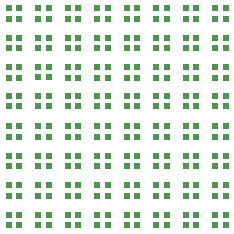
<source format=gbr>
%TF.GenerationSoftware,KiCad,Pcbnew,(6.0.4)*%
%TF.CreationDate,2022-05-26T12:18:36+02:00*%
%TF.ProjectId,SK6805EC15_Matrix,534b3638-3035-4454-9331-355f4d617472,rev?*%
%TF.SameCoordinates,Original*%
%TF.FileFunction,Paste,Top*%
%TF.FilePolarity,Positive*%
%FSLAX46Y46*%
G04 Gerber Fmt 4.6, Leading zero omitted, Abs format (unit mm)*
G04 Created by KiCad (PCBNEW (6.0.4)) date 2022-05-26 12:18:36*
%MOMM*%
%LPD*%
G01*
G04 APERTURE LIST*
%ADD10R,0.500000X0.500000*%
G04 APERTURE END LIST*
D10*
%TO.C,D59*%
X143550000Y-107950000D03*
X144450000Y-107950000D03*
X144450000Y-107050000D03*
X143550000Y-107050000D03*
%TD*%
%TO.C,D54*%
X144450000Y-105450000D03*
X144450000Y-104550000D03*
X143550000Y-104550000D03*
X143550000Y-105450000D03*
%TD*%
%TO.C,D15*%
X133550000Y-92950000D03*
X134450000Y-92950000D03*
X134450000Y-92050000D03*
X133550000Y-92050000D03*
%TD*%
%TO.C,D3*%
X136950000Y-90450000D03*
X136950000Y-89550000D03*
X136050000Y-89550000D03*
X136050000Y-90450000D03*
%TD*%
%TO.C,D47*%
X133550000Y-102950000D03*
X134450000Y-102950000D03*
X134450000Y-102050000D03*
X133550000Y-102050000D03*
%TD*%
%TO.C,D23*%
X146950000Y-95450000D03*
X146950000Y-94550000D03*
X146050000Y-94550000D03*
X146050000Y-95450000D03*
%TD*%
%TO.C,D26*%
X146050000Y-97850000D03*
X146950000Y-97850000D03*
X146950000Y-96950000D03*
X146050000Y-96950000D03*
%TD*%
%TO.C,D56*%
X149450000Y-105450000D03*
X149450000Y-104550000D03*
X148550000Y-104550000D03*
X148550000Y-105450000D03*
%TD*%
%TO.C,D55*%
X146950000Y-105450000D03*
X146950000Y-104550000D03*
X146050000Y-104550000D03*
X146050000Y-105450000D03*
%TD*%
%TO.C,D45*%
X138550000Y-102950000D03*
X139450000Y-102950000D03*
X139450000Y-102050000D03*
X138550000Y-102050000D03*
%TD*%
%TO.C,D32*%
X131050000Y-97850000D03*
X131950000Y-97850000D03*
X131950000Y-96950000D03*
X131050000Y-96950000D03*
%TD*%
%TO.C,D35*%
X136950000Y-100450000D03*
X136950000Y-99550000D03*
X136050000Y-99550000D03*
X136050000Y-100450000D03*
%TD*%
%TO.C,D44*%
X141050000Y-102950000D03*
X141950000Y-102950000D03*
X141950000Y-102050000D03*
X141050000Y-102050000D03*
%TD*%
%TO.C,D1*%
X131950000Y-90450000D03*
X131950000Y-89550000D03*
X131050000Y-89550000D03*
X131050000Y-90450000D03*
%TD*%
%TO.C,D20*%
X139450000Y-95450000D03*
X139450000Y-94550000D03*
X138550000Y-94550000D03*
X138550000Y-95450000D03*
%TD*%
%TO.C,D58*%
X146050000Y-107950000D03*
X146950000Y-107950000D03*
X146950000Y-107050000D03*
X146050000Y-107050000D03*
%TD*%
%TO.C,D63*%
X133550000Y-107950000D03*
X134450000Y-107950000D03*
X134450000Y-107050000D03*
X133550000Y-107050000D03*
%TD*%
%TO.C,D40*%
X149450000Y-100450000D03*
X149450000Y-99550000D03*
X148550000Y-99550000D03*
X148550000Y-100450000D03*
%TD*%
%TO.C,D62*%
X136050000Y-107950000D03*
X136950000Y-107950000D03*
X136950000Y-107050000D03*
X136050000Y-107050000D03*
%TD*%
%TO.C,D64*%
X131050000Y-107950000D03*
X131950000Y-107950000D03*
X131950000Y-107050000D03*
X131050000Y-107050000D03*
%TD*%
%TO.C,D43*%
X143550000Y-102950000D03*
X144450000Y-102950000D03*
X144450000Y-102050000D03*
X143550000Y-102050000D03*
%TD*%
%TO.C,D49*%
X131950000Y-105450000D03*
X131950000Y-104550000D03*
X131050000Y-104550000D03*
X131050000Y-105450000D03*
%TD*%
%TO.C,D18*%
X134450000Y-95400000D03*
X134450000Y-94500000D03*
X133550000Y-94500000D03*
X133550000Y-95400000D03*
%TD*%
%TO.C,D39*%
X146950000Y-100450000D03*
X146950000Y-99550000D03*
X146050000Y-99550000D03*
X146050000Y-100450000D03*
%TD*%
%TO.C,D37*%
X141950000Y-100450000D03*
X141950000Y-99550000D03*
X141050000Y-99550000D03*
X141050000Y-100450000D03*
%TD*%
%TO.C,D42*%
X146050000Y-102950000D03*
X146950000Y-102950000D03*
X146950000Y-102050000D03*
X146050000Y-102050000D03*
%TD*%
%TO.C,D61*%
X138550000Y-107950000D03*
X139450000Y-107950000D03*
X139450000Y-107050000D03*
X138550000Y-107050000D03*
%TD*%
%TO.C,D5*%
X141950000Y-90450000D03*
X141950000Y-89550000D03*
X141050000Y-89550000D03*
X141050000Y-90450000D03*
%TD*%
%TO.C,D28*%
X141050000Y-97850000D03*
X141950000Y-97850000D03*
X141950000Y-96950000D03*
X141050000Y-96950000D03*
%TD*%
%TO.C,D27*%
X143550000Y-97850000D03*
X144450000Y-97850000D03*
X144450000Y-96950000D03*
X143550000Y-96950000D03*
%TD*%
%TO.C,D19*%
X136950000Y-95450000D03*
X136950000Y-94550000D03*
X136050000Y-94550000D03*
X136050000Y-95450000D03*
%TD*%
%TO.C,D57*%
X148550000Y-107950000D03*
X149450000Y-107950000D03*
X149450000Y-107050000D03*
X148550000Y-107050000D03*
%TD*%
%TO.C,D30*%
X136050000Y-97850000D03*
X136950000Y-97850000D03*
X136950000Y-96950000D03*
X136050000Y-96950000D03*
%TD*%
%TO.C,D2*%
X134450000Y-90450000D03*
X134450000Y-89550000D03*
X133550000Y-89550000D03*
X133550000Y-90450000D03*
%TD*%
%TO.C,D16*%
X131050000Y-92950000D03*
X131950000Y-92950000D03*
X131950000Y-92050000D03*
X131050000Y-92050000D03*
%TD*%
%TO.C,D53*%
X141950000Y-105450000D03*
X141950000Y-104550000D03*
X141050000Y-104550000D03*
X141050000Y-105450000D03*
%TD*%
%TO.C,D11*%
X143550000Y-92950000D03*
X144450000Y-92950000D03*
X144450000Y-92050000D03*
X143550000Y-92050000D03*
%TD*%
%TO.C,D60*%
X141050000Y-107950000D03*
X141950000Y-107950000D03*
X141950000Y-107050000D03*
X141050000Y-107050000D03*
%TD*%
%TO.C,D34*%
X134450000Y-100450000D03*
X134450000Y-99550000D03*
X133550000Y-99550000D03*
X133550000Y-100450000D03*
%TD*%
%TO.C,D31*%
X133550000Y-97850000D03*
X134450000Y-97850000D03*
X134450000Y-96950000D03*
X133550000Y-96950000D03*
%TD*%
%TO.C,D29*%
X138550000Y-97850000D03*
X139450000Y-97850000D03*
X139450000Y-96950000D03*
X138550000Y-96950000D03*
%TD*%
%TO.C,D36*%
X139450000Y-100450000D03*
X139450000Y-99550000D03*
X138550000Y-99550000D03*
X138550000Y-100450000D03*
%TD*%
%TO.C,D4*%
X139450000Y-90450000D03*
X139450000Y-89550000D03*
X138550000Y-89550000D03*
X138550000Y-90450000D03*
%TD*%
%TO.C,D12*%
X141050000Y-92950000D03*
X141950000Y-92950000D03*
X141950000Y-92050000D03*
X141050000Y-92050000D03*
%TD*%
%TO.C,D7*%
X146950000Y-90450000D03*
X146950000Y-89550000D03*
X146050000Y-89550000D03*
X146050000Y-90450000D03*
%TD*%
%TO.C,D6*%
X144450000Y-90450000D03*
X144450000Y-89550000D03*
X143550000Y-89550000D03*
X143550000Y-90450000D03*
%TD*%
%TO.C,D21*%
X141950000Y-95450000D03*
X141950000Y-94550000D03*
X141050000Y-94550000D03*
X141050000Y-95450000D03*
%TD*%
%TO.C,D51*%
X136950000Y-105450000D03*
X136950000Y-104550000D03*
X136050000Y-104550000D03*
X136050000Y-105450000D03*
%TD*%
%TO.C,D14*%
X136050000Y-92950000D03*
X136950000Y-92950000D03*
X136950000Y-92050000D03*
X136050000Y-92050000D03*
%TD*%
%TO.C,D24*%
X149450000Y-95450000D03*
X149450000Y-94550000D03*
X148550000Y-94550000D03*
X148550000Y-95450000D03*
%TD*%
%TO.C,D13*%
X138550000Y-92950000D03*
X139450000Y-92950000D03*
X139450000Y-92050000D03*
X138550000Y-92050000D03*
%TD*%
%TO.C,D8*%
X149450000Y-90450000D03*
X149450000Y-89550000D03*
X148550000Y-89550000D03*
X148550000Y-90450000D03*
%TD*%
%TO.C,D10*%
X146050000Y-92950000D03*
X146950000Y-92950000D03*
X146950000Y-92050000D03*
X146050000Y-92050000D03*
%TD*%
%TO.C,D48*%
X131050000Y-102950000D03*
X131950000Y-102950000D03*
X131950000Y-102050000D03*
X131050000Y-102050000D03*
%TD*%
%TO.C,D25*%
X148550000Y-97850000D03*
X149450000Y-97850000D03*
X149450000Y-96950000D03*
X148550000Y-96950000D03*
%TD*%
%TO.C,D33*%
X131950000Y-100450000D03*
X131950000Y-99550000D03*
X131050000Y-99550000D03*
X131050000Y-100450000D03*
%TD*%
%TO.C,D50*%
X134450000Y-105450000D03*
X134450000Y-104550000D03*
X133550000Y-104550000D03*
X133550000Y-105450000D03*
%TD*%
%TO.C,D9*%
X148550000Y-92950000D03*
X149450000Y-92950000D03*
X149450000Y-92050000D03*
X148550000Y-92050000D03*
%TD*%
%TO.C,D17*%
X131950000Y-95450000D03*
X131950000Y-94550000D03*
X131050000Y-94550000D03*
X131050000Y-95450000D03*
%TD*%
%TO.C,D38*%
X144450000Y-100450000D03*
X144450000Y-99550000D03*
X143550000Y-99550000D03*
X143550000Y-100450000D03*
%TD*%
%TO.C,D46*%
X136050000Y-102950000D03*
X136950000Y-102950000D03*
X136950000Y-102050000D03*
X136050000Y-102050000D03*
%TD*%
%TO.C,D22*%
X144450000Y-95450000D03*
X144450000Y-94550000D03*
X143550000Y-94550000D03*
X143550000Y-95450000D03*
%TD*%
%TO.C,D52*%
X139450000Y-105450000D03*
X139450000Y-104550000D03*
X138550000Y-104550000D03*
X138550000Y-105450000D03*
%TD*%
%TO.C,D41*%
X148550000Y-102950000D03*
X149450000Y-102950000D03*
X149450000Y-102050000D03*
X148550000Y-102050000D03*
%TD*%
M02*

</source>
